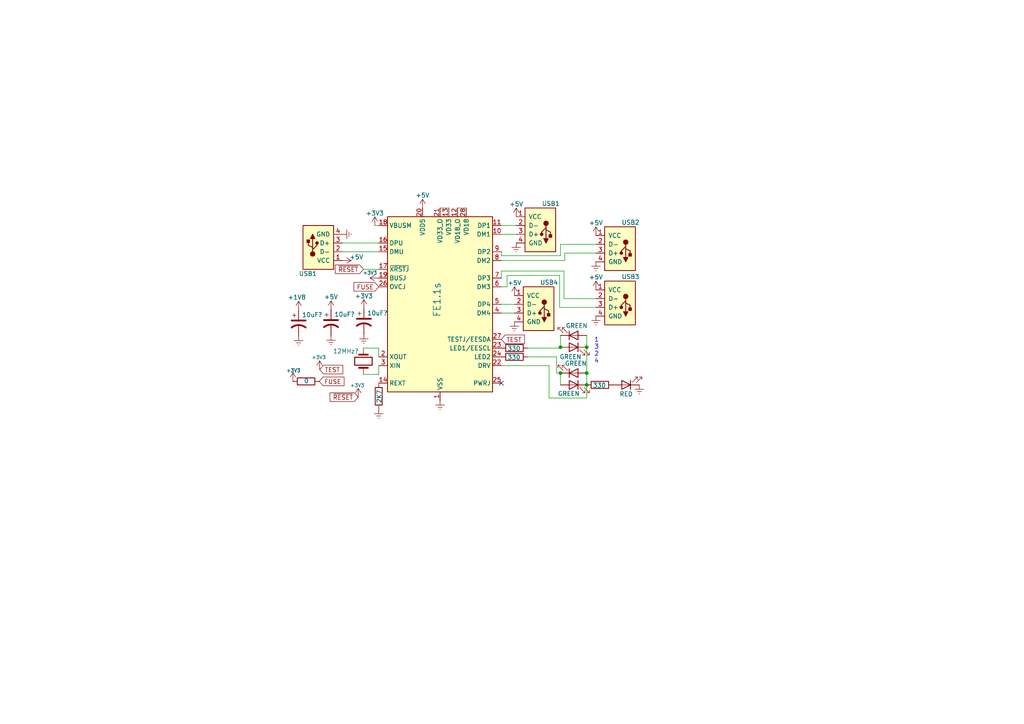
<source format=kicad_sch>
(kicad_sch (version 20211123) (generator eeschema)
  (paper "A4")
  (lib_symbols
    (symbol "Connector:USB_A" (pin_names (offset 1.016))
      (property "Value" "USB" (at 2.54 6.35 0))
      (symbol "USB_A_0_1"
        (rectangle (start -3.81 5.08) (end 5.08 -7.62) (stroke (width 0.254)) (fill (type background)))
        (rectangle (start -1.905 -3.429) (end -2.667 -2.667) (stroke (width 0.254)) (fill (type outline)))
        (circle (center -1.016 0.635) (radius 0.635) (stroke (width 0.254)) (fill (type outline)))
        (polyline (pts (xy -1.016 -0.635) (xy -1.016 -1.27) (xy -2.286 -1.905) (xy -2.286 -3.175)) (stroke (width 0.254)))
        (polyline (pts (xy -1.016 0) (xy -1.016 -0.635) (xy 0.254 -1.905) (xy 0.254 -2.54)) (stroke (width 0.254)))
        (polyline (pts (xy -0.381 -3.81) (xy -1.651 -3.81) (xy -1.016 -5.08) (xy -0.381 -3.81)) (stroke (width 0.254)) (fill (type outline)))
        (circle (center 0.254 -2.54) (radius 0.381) (stroke (width 0.254)) (fill (type outline)))
      )
      (symbol "USB_A_1_1"
        (polyline (pts (xy -1.016 -1.27) (xy -1.016 -3.81)) (stroke (width 0.254)))
        (pin power_in line (at 7.62 2.54 180) (length 2.54) (name "VCC") (number "1"))
        (pin bidirectional line (at 7.62 0 180) (length 2.54) (name "D-") (number "2"))
        (pin bidirectional line (at 7.62 -2.54 180) (length 2.54) (name "D+") (number "3"))
        (pin power_in line (at 7.62 -5.08 180) (length 2.54) (name "GND") (number "4"))
      )
    )
    (symbol "Device:C_Polarized_US" (pin_numbers hide) (pin_names (offset 0.254) hide)
      (property "Reference" "C" (at 0.635 2.54 0))
      (property "Value" "C_Polarized_US" (at 0.635 -2.54 0))
      (symbol "C_Polarized_US_0_1"
        (polyline (pts (xy -2.032 0.762) (xy 2.032 0.762)) (stroke (width 0.508)))
        (polyline (pts (xy -1.778 2.286) (xy -0.762 2.286)))
        (polyline (pts (xy -1.27 1.778) (xy -1.27 2.794)))
        (arc (start 2.032 -1.27) (mid 0 -0.5572) (end -2.032 -1.27) (stroke (width 0.508)))
      )
      (symbol "C_Polarized_US_1_1"
        (pin passive line (at 0 3.81 270) (length 2.794) (name "~") (number "1"))
        (pin passive line (at 0 -3.81 90) (length 3.302) (name "~") (number "2"))
      )
    )
    (symbol "Device:Crystal" (pin_numbers hide) (pin_names (offset 1.016) hide)
      (property "Reference" "Y" (at 0 3.81 0))
      (property "Value" "Crystal" (at 0 -3.81 0))
      (symbol "Crystal_0_1"
        (rectangle (start -1.143 2.54) (end 1.143 -2.54) (stroke (width 0.3048)))
        (polyline (pts (xy -2.54 0) (xy -1.905 0)))
        (polyline (pts (xy -1.905 -1.27) (xy -1.905 1.27)) (stroke (width 0.508)))
        (polyline (pts (xy 1.905 -1.27) (xy 1.905 1.27)) (stroke (width 0.508)))
        (polyline (pts (xy 2.54 0) (xy 1.905 0)))
      )
      (symbol "Crystal_1_1"
        (pin passive line (at -3.81 0 0) (length 1.27) (name "1") (number "1"))
        (pin passive line (at 3.81 0 180) (length 1.27) (name "2") (number "2"))
      )
    )
    (symbol "Device:LED" (pin_numbers hide) (pin_names (offset 1.016) hide)
      (property "Reference" "D" (at 0 2.54 0))
      (property "Value" "LED" (at 0 -2.54 0))
      (symbol "LED_0_1"
        (polyline (pts (xy -1.27 -1.27) (xy -1.27 1.27)) (stroke (width 0.254)))
        (polyline (pts (xy -1.27 0) (xy 1.27 0)))
        (polyline (pts (xy 1.27 -1.27) (xy 1.27 1.27) (xy -1.27 0) (xy 1.27 -1.27)) (stroke (width 0.254)))
        (polyline (pts (xy -3.048 -0.762) (xy -4.572 -2.286) (xy -3.81 -2.286) (xy -4.572 -2.286) (xy -4.572 -1.524)))
        (polyline (pts (xy -1.778 -0.762) (xy -3.302 -2.286) (xy -2.54 -2.286) (xy -3.302 -2.286) (xy -3.302 -1.524)))
      )
      (symbol "LED_1_1"
        (pin passive line (at -3.81 0 0) (length 2.54) (name "K") (number "1"))
        (pin passive line (at 3.81 0 180) (length 2.54) (name "A") (number "2"))
      )
    )
    (symbol "Device:R" (pin_numbers hide) (pin_names (offset 0))
      (property "Reference" "R" (at 2.032 0 90))
      (property "Value" "R" (at 0 0 90))
      (symbol "R_0_1"
        (rectangle (start -1.016 -2.54) (end 1.016 2.54) (stroke (width 0.254)))
      )
      (symbol "R_1_1"
        (pin passive line (at 0 3.81 270) (length 1.27) (name "~") (number "1"))
        (pin passive line (at 0 -3.81 90) (length 1.27) (name "~") (number "2"))
      )
    )
    (symbol "Interface_USB:FE1.1s"
      (property "Reference" "U" (at -11.43 26.67 0))
      (property "Value" "FE1.1s" (at 12.7 27.94 0))
      (symbol "FE1.1s_0_1"
        (rectangle (start -15.24 25.4) (end 15.24 -25.4) (stroke (width 0.254)) (fill (type background)))
      )
      (symbol "FE1.1s_1_1"
        (pin power_in line (at 0 -27.94 90) (length 2.54) (name "VSS") (number "1"))
        (pin bidirectional line (at 17.78 20.32 180) (length 2.54) (name "DM1") (number "10"))
        (pin bidirectional line (at 17.78 22.86 180) (length 2.54) (name "DP1") (number "11"))
        (pin power_out line (at 5.08 27.94 270) (length 2.54) (name "VD18_O") (number "12"))
        (pin power_in line (at 2.54 27.94 270) (length 2.54) (name "VD33") (number "13"))
        (pin passive line (at -17.78 -22.86 0) (length 2.54) (name "REXT") (number "14"))
        (pin bidirectional line (at -17.78 15.24 0) (length 2.54) (name "DMU") (number "15"))
        (pin bidirectional line (at -17.78 17.78 0) (length 2.54) (name "DPU") (number "16"))
        (pin input line (at -17.78 10.16 0) (length 2.54) (name "~{XRSTJ}") (number "17"))
        (pin input line (at -17.78 22.86 0) (length 2.54) (name "VBUSM") (number "18"))
        (pin input line (at -17.78 7.62 0) (length 2.54) (name "BUSJ") (number "19"))
        (pin output line (at -17.78 -15.24 0) (length 2.54) (name "XOUT") (number "2"))
        (pin power_in line (at -5.08 27.94 270) (length 2.54) (name "VDD5") (number "20"))
        (pin power_out line (at 0 27.94 270) (length 2.54) (name "VD33_O") (number "21"))
        (pin bidirectional line (at 17.78 -17.78 180) (length 2.54) (name "DRV") (number "22"))
        (pin bidirectional line (at 17.78 -12.7 180) (length 2.54) (name "LED1/EESCL") (number "23"))
        (pin bidirectional line (at 17.78 -15.24 180) (length 2.54) (name "LED2") (number "24"))
        (pin output line (at 17.78 -22.86 180) (length 2.54) (name "PWRJ") (number "25"))
        (pin input line (at -17.78 5.08 0) (length 2.54) (name "OVCJ") (number "26"))
        (pin bidirectional line (at 17.78 -10.16 180) (length 2.54) (name "TESTJ/EESDA") (number "27"))
        (pin power_in line (at 7.62 27.94 270) (length 2.54) (name "VD18") (number "28"))
        (pin input line (at -17.78 -17.78 0) (length 2.54) (name "XIN") (number "3"))
        (pin bidirectional line (at 17.78 -2.54 180) (length 2.54) (name "DM4") (number "4"))
        (pin bidirectional line (at 17.78 0 180) (length 2.54) (name "DP4") (number "5"))
        (pin bidirectional line (at 17.78 5.08 180) (length 2.54) (name "DM3") (number "6"))
        (pin bidirectional line (at 17.78 7.62 180) (length 2.54) (name "DP3") (number "7"))
        (pin bidirectional line (at 17.78 12.7 180) (length 2.54) (name "DM2") (number "8"))
        (pin bidirectional line (at 17.78 15.24 180) (length 2.54) (name "DP2") (number "9"))
      )
    )
    (symbol "power:+1V8" (power) (pin_names (offset 0))
      (property "Value" "+1V8" (at 0 3.556 0))
      (symbol "+1V8_0_1"
        (polyline (pts (xy -0.762 1.27) (xy 0 2.54)))
        (polyline (pts (xy 0 0) (xy 0 2.54)))
        (polyline (pts (xy 0 2.54) (xy 0.762 1.27)))
      )
      (symbol "+1V8_1_1"
        (pin power_in line (at 0 0 90) (length 0) hide (name "+1V8") (number "1"))
      )
    )
    (symbol "power:+3.3V" (power) (pin_names (offset 0))
      (property "Value" "+3.3V" (at 0 3.556 0))
      (symbol "+3.3V_0_1"
        (polyline (pts (xy -0.762 1.27) (xy 0 2.54)))
        (polyline (pts (xy 0 0) (xy 0 2.54)))
        (polyline (pts (xy 0 2.54) (xy 0.762 1.27)))
      )
      (symbol "+3.3V_1_1"
        (pin power_in line (at 0 0 90) (length 0) hide (name "+3V3") (number "1"))
      )
    )
    (symbol "power:+5V" (power) (pin_names (offset 0))
      (property "Value" "+5V" (at 0 3.556 0))
      (symbol "+5V_0_1"
        (polyline (pts (xy -0.762 1.27) (xy 0 2.54)))
        (polyline (pts (xy 0 0) (xy 0 2.54)))
        (polyline (pts (xy 0 2.54) (xy 0.762 1.27)))
      )
      (symbol "+5V_1_1"
        (pin power_in line (at 0 0 90) (length 0) hide (name "+5V") (number "1"))
      )
    )
    (symbol "power:Earth" (power) (pin_names (offset 0))
      (symbol "Earth_0_1"
        (polyline (pts (xy -0.635 -1.905) (xy 0.635 -1.905)))
        (polyline (pts (xy -0.127 -2.54) (xy 0.127 -2.54)))
        (polyline (pts (xy 0 -1.27) (xy 0 0)))
        (polyline (pts (xy 1.27 -1.27) (xy -1.27 -1.27)))
      )
      (symbol "Earth_1_1"
        (pin power_in line (at 0 0 270) (length 0) hide (name "Earth") (number "1"))
      )
    )
  )
  (junction (at 170.18 108.204))
  (junction (at 162.56 108.204))
  (junction (at 162.56 100.711))
  (junction (at 170.18 100.711))
  (junction (at 170.18 111.633))
  (no_connect (at 145.415 111.125))
  (wire (pts (xy 172.847 73.406) (xy 163.83 73.406)))
  (wire (pts (xy 163.83 75.565) (xy 145.415 75.565)))
  (wire (pts (xy 149.733 67.945) (xy 145.415 67.945)))
  (wire (pts (xy 163.576 78.613) (xy 145.415 78.613)))
  (wire (pts (xy 159.258 115.443) (xy 170.18 115.443)))
  (wire (pts (xy 149.225 90.805) (xy 145.415 90.805)))
  (wire (pts (xy 105.41 108.585) (xy 109.855 108.585)))
  (wire (pts (xy 147.066 83.185) (xy 147.066 79.883)))
  (wire (pts (xy 172.847 86.614) (xy 163.576 86.614)))
  (wire (pts (xy 162.306 79.883) (xy 162.306 89.154)))
  (wire (pts (xy 105.41 78.105) (xy 109.855 78.105)))
  (wire (pts (xy 105.41 100.965) (xy 109.855 100.965)))
  (wire (pts (xy 153.035 103.505) (xy 161.417 103.505)))
  (wire (pts (xy 109.855 108.585) (xy 109.855 106.045)))
  (wire (pts (xy 145.415 78.613) (xy 145.415 80.645)))
  (wire (pts (xy 162.56 70.866) (xy 172.847 70.866)))
  (wire (pts (xy 132.715 60.325) (xy 135.255 60.325)))
  (wire (pts (xy 170.18 111.633) (xy 170.18 115.443)))
  (wire (pts (xy 162.306 89.154) (xy 172.847 89.154)))
  (wire (pts (xy 161.417 103.505) (xy 161.417 108.204)))
  (wire (pts (xy 153.035 100.965) (xy 162.56 100.965)))
  (wire (pts (xy 99.314 73.025) (xy 109.855 73.025)))
  (wire (pts (xy 145.415 106.045) (xy 159.258 106.045)))
  (wire (pts (xy 162.56 97.282) (xy 162.56 100.711)))
  (wire (pts (xy 108.712 65.405) (xy 109.855 65.405)))
  (wire (pts (xy 170.18 97.282) (xy 170.18 100.711)))
  (wire (pts (xy 170.18 108.204) (xy 170.18 111.633)))
  (wire (pts (xy 127.635 60.325) (xy 130.175 60.325)))
  (wire (pts (xy 159.258 106.045) (xy 159.258 115.443)))
  (wire (pts (xy 109.855 100.965) (xy 109.855 103.505)))
  (wire (pts (xy 163.83 73.406) (xy 163.83 75.565)))
  (wire (pts (xy 145.415 73.025) (xy 145.415 74.168)))
  (wire (pts (xy 145.415 74.168) (xy 162.56 74.168)))
  (wire (pts (xy 163.576 86.614) (xy 163.576 78.613)))
  (wire (pts (xy 162.56 74.168) (xy 162.56 70.866)))
  (wire (pts (xy 147.066 79.883) (xy 162.306 79.883)))
  (wire (pts (xy 161.417 108.204) (xy 162.56 108.204)))
  (wire (pts (xy 149.225 88.265) (xy 145.415 88.265)))
  (wire (pts (xy 99.314 70.485) (xy 109.855 70.485)))
  (wire (pts (xy 145.415 83.185) (xy 147.066 83.185)))
  (wire (pts (xy 149.733 65.405) (xy 145.415 65.405)))
  (wire (pts (xy 162.56 108.204) (xy 162.56 111.633)))
  (wire (pts (xy 170.18 100.711) (xy 170.18 108.204)))
  (wire (pts (xy 162.56 100.965) (xy 162.56 100.711)))
  (text "1\n3\n2\n4" (at 172.339 105.537 0) (effects (font (size 1.27 1.27)) (justify left bottom)))
  (global_label "TEST" (shape input) (at 92.71 107.188 0) (property "Intersheet References" "${INTERSHEET_REFS}" (effects hide)))
  (global_label "FUSE" (shape input) (at 109.855 83.185 180) (property "Intersheet References" "${INTERSHEET_REFS}" (effects hide)))
  (global_label "~{RESET}" (shape input) (at 105.41 78.105 180) (property "Intersheet References" "${INTERSHEET_REFS}" (effects hide)))
  (global_label "TEST" (shape input) (at 145.415 98.425 0) (property "Intersheet References" "${INTERSHEET_REFS}" (effects hide)))
  (global_label "~{RESET}" (shape input) (at 103.886 115.189 180) (property "Intersheet References" "${INTERSHEET_REFS}" (effects hide)))
  (global_label "FUSE" (shape input) (at 92.583 110.617 0) (property "Intersheet References" "${INTERSHEET_REFS}" (effects hide)))
  (symbol (lib_id "Device:LED") (at 166.37 108.204 0) (mirror x) (unit 1)
    (property "Reference" "D?" (effects hide))
    (property "Value" "GREEN" (at 167.005 105.41 0))
  )
  (symbol (lib_id "Connector:USB_A") (at 157.353 65.405 0) (mirror y) (unit 1)
    (property "Reference" "J?" (effects hide))
    (property "Value" "USB1" (at 159.766 59.055 0))
    (property "Datasheet" " ~" (effects hide))
  )
  (symbol (lib_id "power:+5V") (at 149.733 62.865 0) (mirror y) (unit 1)
    (property "Reference" "#PWR?" (effects hide))
    (property "Value" "+5V" (at 149.733 59.182 0))
  )
  (symbol (lib_id "power:Earth") (at 149.225 93.345 0) (unit 1)
    (property "Reference" "#PWR?" (effects hide))
    (property "Value" "Earth" (effects hide))
  )
  (symbol (lib_id "Device:C_Polarized_US") (at 105.537 93.218 0) (unit 1)
    (property "Reference" "10uF?" (at 109.474 90.805 0))
    (property "Value" "C_Polarized_US" (effects hide))
  )
  (symbol (lib_id "power:Earth") (at 105.537 97.028 0) (mirror y) (unit 1)
    (property "Reference" "#PWR?" (effects hide))
    (property "Value" "Earth" (effects hide))
  )
  (symbol (lib_id "power:+3.3V") (at 109.855 80.645 90) (unit 1)
    (property "Reference" "#PWR?" (effects hide))
    (property "Value" "+3.3V" (at 107.315 79.121 90) (effects (font (size 1 1))))
  )
  (symbol (lib_id "power:+3.3V") (at 84.963 110.617 0) (unit 1)
    (property "Reference" "#PWR?" (effects hide))
    (property "Value" "+3.3V" (at 85.09 107.442 0) (effects (font (size 1 1))))
  )
  (symbol (lib_id "Device:R") (at 149.225 100.965 90) (unit 1)
    (property "Reference" "R?" (effects hide))
    (property "Value" "330" (at 151.003 101.092 90) (effects (justify left)))
  )
  (symbol (lib_id "power:Earth") (at 109.855 118.745 0) (unit 1)
    (property "Reference" "#PWR?" (effects hide))
    (property "Value" "Earth" (effects hide))
  )
  (symbol (lib_id "Device:R") (at 173.99 111.633 90) (unit 1)
    (property "Reference" "R?" (effects hide))
    (property "Value" "330" (at 175.768 111.76 90) (effects (justify left)))
  )
  (symbol (lib_id "Device:LED") (at 166.37 111.633 0) (mirror y) (unit 1)
    (property "Reference" "D?" (effects hide))
    (property "Value" "GREEN" (at 164.973 114.173 0))
  )
  (symbol (lib_id "power:+5V") (at 149.225 85.725 0) (mirror y) (unit 1)
    (property "Reference" "#PWR?" (effects hide))
    (property "Value" "+5V" (at 149.225 82.042 0))
  )
  (symbol (lib_id "power:+5V") (at 172.847 68.326 0) (mirror y) (unit 1)
    (property "Reference" "#PWR?" (effects hide))
    (property "Value" "+5V" (at 172.847 64.643 0))
  )
  (symbol (lib_id "Device:C_Polarized_US") (at 96.012 93.599 0) (unit 1)
    (property "Reference" "10uF?" (at 99.949 91.186 0))
    (property "Value" "C_Polarized_US" (effects hide))
  )
  (symbol (lib_id "Device:LED") (at 181.61 111.633 180) (unit 1)
    (property "Reference" "D?" (effects hide))
    (property "Value" "RED" (at 181.61 114.3 0))
  )
  (symbol (lib_id "Connector:USB_A") (at 91.694 73.025 0) (mirror x) (unit 1)
    (property "Reference" "J?" (effects hide))
    (property "Value" "USB1" (at 89.281 79.375 0))
    (property "Datasheet" " ~" (effects hide))
  )
  (symbol (lib_id "Device:R") (at 109.855 114.935 180) (unit 1)
    (property "Reference" "R?" (effects hide))
    (property "Value" "2K7" (at 109.982 113.03 90) (effects (justify left)))
  )
  (symbol (lib_id "power:Earth") (at 86.614 97.536 0) (mirror y) (unit 1)
    (property "Reference" "#PWR?" (effects hide))
    (property "Value" "Earth" (effects hide))
  )
  (symbol (lib_id "power:Earth") (at 149.733 70.485 0) (unit 1)
    (property "Reference" "#PWR?" (effects hide))
    (property "Value" "Earth" (effects hide))
  )
  (symbol (lib_id "power:+5V") (at 172.847 84.074 0) (mirror y) (unit 1)
    (property "Reference" "#PWR?" (effects hide))
    (property "Value" "+5V" (at 172.847 80.391 0))
  )
  (symbol (lib_id "power:+3.3V") (at 108.712 65.405 0) (unit 1)
    (property "Reference" "#PWR?" (effects hide))
    (property "Value" "+3.3V" (at 108.712 61.849 0))
  )
  (symbol (lib_id "power:+3.3V") (at 92.71 107.188 0) (unit 1)
    (property "Reference" "#PWR?" (effects hide))
    (property "Value" "+3.3V" (at 92.456 103.632 0) (effects (font (size 1 1))))
  )
  (symbol (lib_id "power:Earth") (at 172.847 91.694 0) (unit 1)
    (property "Reference" "#PWR?" (effects hide))
    (property "Value" "Earth" (effects hide))
  )
  (symbol (lib_id "power:+1V8") (at 86.614 89.916 0) (unit 1)
    (property "Reference" "#PWR?" (effects hide))
    (property "Value" "+1V8" (at 86.106 86.233 0))
  )
  (symbol (lib_id "power:Earth") (at 99.314 67.945 90) (unit 1)
    (property "Reference" "#PWR?" (effects hide))
    (property "Value" "Earth" (effects hide))
  )
  (symbol (lib_id "Connector:USB_A") (at 156.845 88.265 0) (mirror y) (unit 1)
    (property "Reference" "J?" (effects hide))
    (property "Value" "USB4" (at 159.258 81.915 0))
    (property "Datasheet" " ~" (effects hide))
  )
  (symbol (lib_id "Device:Crystal") (at 105.41 104.775 90) (unit 1)
    (property "Reference" "12MHz?" (at 100.33 101.854 90))
    (property "Value" "Crystal" (effects hide))
  )
  (symbol (lib_id "power:+3.3V") (at 103.886 115.189 0) (unit 1)
    (property "Reference" "#PWR?" (effects hide))
    (property "Value" "+3.3V" (at 103.632 111.76 0) (effects (font (size 1 1))))
  )
  (symbol (lib_id "power:+5V") (at 96.012 89.789 0) (unit 1)
    (property "Reference" "#PWR?" (effects hide))
    (property "Value" "+5V" (at 96.012 86.106 0))
  )
  (symbol (lib_id "power:Earth") (at 127.635 116.205 0) (unit 1)
    (property "Reference" "#PWR?" (effects hide))
    (property "Value" "Earth" (effects hide))
  )
  (symbol (lib_id "Device:C_Polarized_US") (at 86.614 93.726 0) (unit 1)
    (property "Reference" "10uF?" (at 90.551 91.313 0))
    (property "Value" "C_Polarized_US" (effects hide))
  )
  (symbol (lib_id "power:+5V") (at 99.314 75.565 270) (mirror x) (unit 1)
    (property "Reference" "#PWR?" (effects hide))
    (property "Value" "+5V" (at 103.378 74.549 90))
  )
  (symbol (lib_id "power:Earth") (at 96.012 97.409 0) (mirror y) (unit 1)
    (property "Reference" "#PWR?" (effects hide))
    (property "Value" "Earth" (effects hide))
  )
  (symbol (lib_id "Connector:USB_A") (at 180.467 70.866 0) (mirror y) (unit 1)
    (property "Reference" "J?" (effects hide))
    (property "Value" "USB2" (at 182.88 64.516 0))
    (property "Datasheet" " ~" (effects hide))
  )
  (symbol (lib_id "Device:R") (at 88.773 110.617 270) (unit 1)
    (property "Reference" "R?" (effects hide))
    (property "Value" "0" (at 88.138 110.49 90) (effects (justify left)))
  )
  (symbol (lib_id "power:+3.3V") (at 105.537 89.408 0) (unit 1)
    (property "Reference" "#PWR?" (effects hide))
    (property "Value" "+3.3V" (at 105.537 85.852 0))
  )
  (symbol (lib_id "Device:LED") (at 166.37 97.282 0) (mirror x) (unit 1)
    (property "Reference" "D?" (effects hide))
    (property "Value" "GREEN" (at 167.259 94.488 0))
  )
  (symbol (lib_id "Interface_USB:FE1.1s") (at 127.635 88.265 0) (unit 1)
    (property "Reference" "U?" (effects hide))
    (property "Value" "FE1.1s" (at 126.746 92.075 90) (effects (font (size 2 2)) (justify left)))
    (property "Footprint" "Package_SO:SSOP-28_3.9x9.9mm_P0.635mm" (effects hide))
    (property "Datasheet" "https://cdn-shop.adafruit.com/product-files/2991/FE1.1s+Data+Sheet+(Rev.+1.0).pdf" (effects hide))
  )
  (symbol (lib_id "Device:R") (at 149.225 103.505 90) (unit 1)
    (property "Reference" "R?" (effects hide))
    (property "Value" "330" (at 151.003 103.632 90) (effects (justify left)))
  )
  (symbol (lib_id "Device:LED") (at 166.37 100.711 0) (mirror y) (unit 1)
    (property "Reference" "D?" (effects hide))
    (property "Value" "GREEN" (at 165.481 103.505 0))
  )
  (symbol (lib_id "Connector:USB_A") (at 180.467 86.614 0) (mirror y) (unit 1)
    (property "Reference" "J?" (effects hide))
    (property "Value" "USB3" (at 182.88 80.264 0))
    (property "Datasheet" " ~" (effects hide))
  )
  (symbol (lib_id "power:Earth") (at 185.42 111.633 0) (unit 1)
    (property "Reference" "#PWR?" (effects hide))
    (property "Value" "Earth" (effects hide))
  )
  (symbol (lib_id "power:Earth") (at 172.847 75.946 0) (unit 1)
    (property "Reference" "#PWR?" (effects hide))
    (property "Value" "Earth" (effects hide))
  )
  (symbol (lib_id "power:+5V") (at 122.555 60.325 0) (unit 1)
    (property "Reference" "#PWR?" (effects hide))
    (property "Value" "+5V" (at 122.555 56.642 0))
  )
)
</source>
